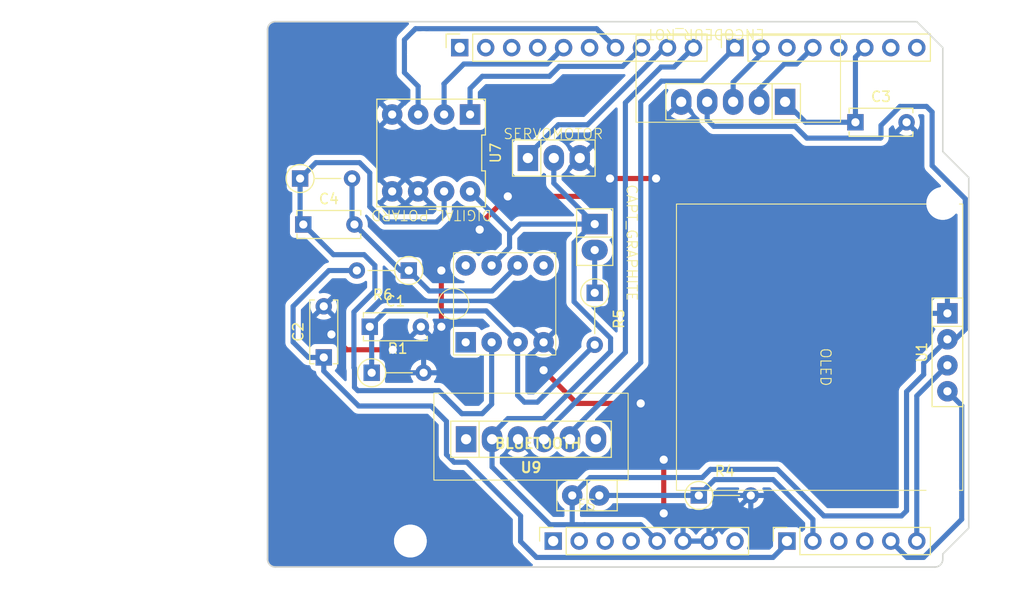
<source format=kicad_pcb>
(kicad_pcb (version 20241229) (generator "pcbnew") (generator_version "9.0")
  (title_block (date "mar. 31 mars 2015"))
  (layers (0 "F.Cu" signal) (2 "B.Cu" signal) (13 "F.Paste" user) (15 "B.Paste" user) (5 "F.SilkS" user "F.Silkscreen") (7 "B.SilkS" user "B.Silkscreen") (1 "F.Mask" user) (3 "B.Mask" user) (25 "Edge.Cuts" user))
  (net 0 "")
  (net 1 "GND")
  (net 3 "/AREF")
  (net 4 "/IOREF")
  (net 5 "/A2")
  (net 6 "/A3")
  (net 7 "/13")
  (net 8 "/12")
  (net 9 "/*11")
  (net 10 "/*10")
  (net 11 "/*9")
  (net 12 "/*5")
  (net 13 "/TX{slash}1")
  (net 14 "/*3")
  (net 15 "/RX{slash}0")
  (net 16 "+3V3")
  (net 17 "VCC")
  (net 18 "/~{RESET}")
  (net 19 "Net-(U4-IN+)")
  (net 20 "Net-(U4-OUT)")
  (net 21 "5V")
  (net 22 "R2")
  (net 23 "OUT_CAPT")
  (net 24 "CAPT_AMPL")
  (net 25 "CLK")
  (net 26 "SCL")
  (net 27 "SDA")
  (net 28 "TXD")
  (net 29 "OUT_FLEX")
  (net 30 "RX")
  (net 31 "SW")
  (net 32 "DT")
  (footprint "Connector_PinSocket_2.54mm:PinSocket_1x08_P2.54mm_Vertical" (layer "F.Cu") (at 127.94 97.46 90)
    (property "Reference" "J1" (hide yes))
    (property "Value" "Power")
    (fp_line (start 1.33 -1.33) (end 1.33 0) (stroke (width 0.12)) (layer "F.SilkS"))
    (fp_line (start 0 -1.33) (end 1.33 -1.33) (stroke (width 0.12)) (layer "F.SilkS"))
    (fp_line (start 1.33 1.27) (end 1.33 19.11) (stroke (width 0.12)) (layer "F.SilkS"))
    (fp_line (start -1.33 1.27) (end 1.33 1.27) (stroke (width 0.12)) (layer "F.SilkS"))
    (fp_line (start -1.33 1.27) (end -1.33 19.11) (stroke (width 0.12)) (layer "F.SilkS"))
    (fp_line (start -1.33 19.11) (end 1.33 19.11) (stroke (width 0.12)) (layer "F.SilkS"))
    (pad "1" thru_hole rect (at 0 0 90) (size 1.7 1.7) (drill 1) (layers "*.Cu" "*.Mask"))
    (pad "2" thru_hole oval (at 0 2.54 90) (size 1.7 1.7) (drill 1) (layers "*.Cu" "*.Mask") (net 4 "/IOREF"))
    (pad "3" thru_hole oval (at 0 5.08 90) (size 1.7 1.7) (drill 1) (layers "*.Cu" "*.Mask") (net 18 "/~{RESET}"))
    (pad "4" thru_hole oval (at 0 7.62 90) (size 1.7 1.7) (drill 1) (layers "*.Cu" "*.Mask") (net 16 "+3V3"))
    (pad "5" thru_hole oval (at 0 10.16 90) (size 1.7 1.7) (drill 1) (layers "*.Cu" "*.Mask") (net 21 "5V"))
    (pad "6" thru_hole oval (at 0 12.7 90) (size 1.7 1.7) (drill 1) (layers "*.Cu" "*.Mask") (net 1 "GND"))
    (pad "7" thru_hole oval (at 0 15.24 90) (size 1.7 1.7) (drill 1) (layers "*.Cu" "*.Mask") (net 1 "GND"))
    (pad "8" thru_hole oval (at 0 17.78 90) (size 1.7 1.7) (drill 1) (layers "*.Cu" "*.Mask") (net 17 "VCC"))
  )
  (footprint "Connector_PinSocket_2.54mm:PinSocket_1x06_P2.54mm_Vertical" (layer "F.Cu") (at 150.8 97.46 90)
    (property "Reference" "J3" (hide yes))
    (property "Value" "Analog")
    (fp_line (start 1.33 -1.33) (end 1.33 0) (stroke (width 0.12)) (layer "F.SilkS"))
    (fp_line (start 0 -1.33) (end 1.33 -1.33) (stroke (width 0.12)) (layer "F.SilkS"))
    (fp_line (start 1.33 1.27) (end 1.33 14.03) (stroke (width 0.12)) (layer "F.SilkS"))
    (fp_line (start -1.33 1.27) (end 1.33 1.27) (stroke (width 0.12)) (layer "F.SilkS"))
    (fp_line (start -1.33 1.27) (end -1.33 14.03) (stroke (width 0.12)) (layer "F.SilkS"))
    (fp_line (start -1.33 14.03) (end 1.33 14.03) (stroke (width 0.12)) (layer "F.SilkS"))
    (pad "1" thru_hole rect (at 0 0 90) (size 1.7 1.7) (drill 1) (layers "*.Cu" "*.Mask") (net 24 "CAPT_AMPL"))
    (pad "2" thru_hole oval (at 0 2.54 90) (size 1.7 1.7) (drill 1) (layers "*.Cu" "*.Mask") (net 29 "OUT_FLEX"))
    (pad "3" thru_hole oval (at 0 5.08 90) (size 1.7 1.7) (drill 1) (layers "*.Cu" "*.Mask") (net 5 "/A2"))
    (pad "4" thru_hole oval (at 0 7.62 90) (size 1.7 1.7) (drill 1) (layers "*.Cu" "*.Mask") (net 6 "/A3"))
    (pad "5" thru_hole oval (at 0 10.16 90) (size 1.7 1.7) (drill 1) (layers "*.Cu" "*.Mask") (net 27 "SDA"))
    (pad "6" thru_hole oval (at 0 12.7 90) (size 1.7 1.7) (drill 1) (layers "*.Cu" "*.Mask") (net 26 "SCL"))
  )
  (footprint "Connector_PinSocket_2.54mm:PinSocket_1x10_P2.54mm_Vertical" (layer "F.Cu") (at 118.796 49.2 90)
    (property "Reference" "J2" (hide yes))
    (property "Value" "Digital/PWM")
    (fp_line (start 1.33 -1.33) (end 1.33 0) (stroke (width 0.12)) (layer "F.SilkS"))
    (fp_line (start 0 -1.33) (end 1.33 -1.33) (stroke (width 0.12)) (layer "F.SilkS"))
    (fp_line (start 1.33 1.27) (end 1.33 24.19) (stroke (width 0.12)) (layer "F.SilkS"))
    (fp_line (start -1.33 1.27) (end 1.33 1.27) (stroke (width 0.12)) (layer "F.SilkS"))
    (fp_line (start -1.33 1.27) (end -1.33 24.19) (stroke (width 0.12)) (layer "F.SilkS"))
    (fp_line (start -1.33 24.19) (end 1.33 24.19) (stroke (width 0.12)) (layer "F.SilkS"))
    (pad "1" thru_hole rect (at 0 0 90) (size 1.7 1.7) (drill 1) (layers "*.Cu" "*.Mask") (net 26 "SCL"))
    (pad "2" thru_hole oval (at 0 2.54 90) (size 1.7 1.7) (drill 1) (layers "*.Cu" "*.Mask") (net 27 "SDA"))
    (pad "3" thru_hole oval (at 0 5.08 90) (size 1.7 1.7) (drill 1) (layers "*.Cu" "*.Mask") (net 3 "/AREF"))
    (pad "4" thru_hole oval (at 0 7.62 90) (size 1.7 1.7) (drill 1) (layers "*.Cu" "*.Mask") (net 1 "GND"))
    (pad "5" thru_hole oval (at 0 10.16 90) (size 1.7 1.7) (drill 1) (layers "*.Cu" "*.Mask") (net 7 "/13"))
    (pad "6" thru_hole oval (at 0 12.7 90) (size 1.7 1.7) (drill 1) (layers "*.Cu" "*.Mask") (net 8 "/12"))
    (pad "7" thru_hole oval (at 0 15.24 90) (size 1.7 1.7) (drill 1) (layers "*.Cu" "*.Mask") (net 9 "/*11"))
    (pad "8" thru_hole oval (at 0 17.78 90) (size 1.7 1.7) (drill 1) (layers "*.Cu" "*.Mask") (net 10 "/*10"))
    (pad "9" thru_hole oval (at 0 20.32 90) (size 1.7 1.7) (drill 1) (layers "*.Cu" "*.Mask") (net 11 "/*9"))
    (pad "10" thru_hole oval (at 0 22.86 90) (size 1.7 1.7) (drill 1) (layers "*.Cu" "*.Mask") (net 28 "TXD"))
  )
  (footprint "Connector_PinSocket_2.54mm:PinSocket_1x08_P2.54mm_Vertical" (layer "F.Cu") (at 145.72 49.2 90)
    (property "Reference" "J4" (hide yes))
    (property "Value" "Digital/PWM")
    (fp_line (start 1.33 -1.33) (end 1.33 0) (stroke (width 0.12)) (layer "F.SilkS"))
    (fp_line (start 0 -1.33) (end 1.33 -1.33) (stroke (width 0.12)) (layer "F.SilkS"))
    (fp_line (start 1.33 1.27) (end 1.33 19.11) (stroke (width 0.12)) (layer "F.SilkS"))
    (fp_line (start -1.33 1.27) (end 1.33 1.27) (stroke (width 0.12)) (layer "F.SilkS"))
    (fp_line (start -1.33 1.27) (end -1.33 19.11) (stroke (width 0.12)) (layer "F.SilkS"))
    (fp_line (start -1.33 19.11) (end 1.33 19.11) (stroke (width 0.12)) (layer "F.SilkS"))
    (pad "1" thru_hole rect (at 0 0 90) (size 1.7 1.7) (drill 1) (layers "*.Cu" "*.Mask") (net 30 "RX"))
    (pad "2" thru_hole oval (at 0 2.54 90) (size 1.7 1.7) (drill 1) (layers "*.Cu" "*.Mask") (net 31 "SW"))
    (pad "3" thru_hole oval (at 0 5.08 90) (size 1.7 1.7) (drill 1) (layers "*.Cu" "*.Mask") (net 12 "/*5"))
    (pad "4" thru_hole oval (at 0 7.62 90) (size 1.7 1.7) (drill 1) (layers "*.Cu" "*.Mask") (net 32 "DT"))
    (pad "5" thru_hole oval (at 0 10.16 90) (size 1.7 1.7) (drill 1) (layers "*.Cu" "*.Mask") (net 14 "/*3"))
    (pad "6" thru_hole oval (at 0 12.7 90) (size 1.7 1.7) (drill 1) (layers "*.Cu" "*.Mask") (net 25 "CLK"))
    (pad "7" thru_hole oval (at 0 15.24 90) (size 1.7 1.7) (drill 1) (layers "*.Cu" "*.Mask") (net 13 "/TX{slash}1"))
    (pad "8" thru_hole oval (at 0 17.78 90) (size 1.7 1.7) (drill 1) (layers "*.Cu" "*.Mask") (net 15 "/RX{slash}0"))
  )
  (footprint "librairie_empreintes:R_Axial_DIN0207_L6.3mm_D2.5mm_P5.08mm_Vertical" (layer "F.Cu") (at 142.185 93)
    (property "Reference" "R4" (at 2.54 -2.37 0) (layer "F.SilkS"))
    (property "Value" "47k")
    (fp_line (start 1.37 0) (end 3.98 0) (stroke (width 0.12)) (layer "F.SilkS"))
    (fp_circle (center 0 0) (end 1.37 0) (stroke (width 0.12)) (fill no) (layer "F.SilkS"))
    (pad "1" thru_hole rect (at 0 0) (size 1.6 1.6) (drill 0.8) (layers "*.Cu" "*.Mask") (net 29 "OUT_FLEX"))
    (pad "2" thru_hole oval (at 5.08 0) (size 1.6 1.6) (drill 0.8) (layers "*.Cu" "*.Mask") (net 1 "GND"))
  )
  (footprint "librairie_empreintes:SIP-3" (layer "F.Cu") (at 128 60)
    (property "Reference" "U6" (hide yes))
    (property "Value" "~" (hide yes))
    (fp_line (start -4.04 -1.77) (end 4.04 -1.77) (stroke (width 0.12)) (layer "F.SilkS"))
    (fp_line (start -4.04 1.77) (end -4.04 -1.77) (stroke (width 0.12)) (layer "F.SilkS"))
    (fp_line (start -1.27 -1.77) (end -1.27 1.77) (stroke (width 0.12)) (layer "F.SilkS"))
    (fp_line (start 4.04 -1.77) (end 4.04 1.77) (stroke (width 0.12)) (layer "F.SilkS"))
    (fp_line (start 4.04 1.77) (end -4.04 1.77) (stroke (width 0.12)) (layer "F.SilkS"))
    (fp_text user "SERVOMOTOR" (at -5 -1.77 0) (layer "F.SilkS") (effects (font (thickness 0.1)) (justify left bottom)))
    (pad "1" thru_hole rect (at -2.54 0) (size 2 2.54) (drill 1) (layers "*.Cu" "*.Mask") (net 11 "/*9"))
    (pad "2" thru_hole oval (at 0 0) (size 2 2.54) (drill 1) (layers "*.Cu" "*.Mask") (net 21 "5V"))
    (pad "3" thru_hole oval (at 2.54 0) (size 2 2.54) (drill 1) (layers "*.Cu" "*.Mask") (net 1 "GND"))
  )
  (footprint "librairie_empreintes:R_Axial_DIN0207_L6.3mm_D2.5mm_P5.08mm_Vertical" (layer "F.Cu") (at 132 73.185 -90)
    (property "Reference" "R5" (at 2.54 -2.37 90) (layer "F.SilkS"))
    (property "Value" "10k")
    (fp_line (start 1.37 0) (end 3.98 0) (stroke (width 0.12)) (layer "F.SilkS"))
    (fp_circle (center 0 0) (end 1.37 0) (stroke (width 0.12)) (fill no) (layer "F.SilkS"))
    (pad "1" thru_hole rect (at 0 0 270) (size 1.6 1.6) (drill 0.8) (layers "*.Cu" "*.Mask") (net 23 "OUT_CAPT"))
    (pad "2" thru_hole oval (at 5.08 0 270) (size 1.6 1.6) (drill 0.8) (layers "*.Cu" "*.Mask") (net 19 "Net-(U4-IN+)"))
  )
  (footprint "librairie_empreintes:DIP-8_296" (layer "F.Cu") (at 116 59.5 180)
    (property "Reference" "U7" (at -6.31 0 90) (layer "F.SilkS"))
    (property "Value" "~")
    (fp_line (start 5.31 5.26) (end 5.31 -5.26) (stroke (width 0.12)) (layer "F.SilkS"))
    (fp_line (start 5.31 -5.26) (end -5.31 -5.26) (stroke (width 0.12)) (layer "F.SilkS"))
    (fp_line (start -4.95 1.753333) (end -5.31 1.753333) (stroke (width 0.12)) (layer "F.SilkS"))
    (fp_line (start -4.95 -1.753333) (end -4.95 1.753333) (stroke (width 0.12)) (layer "F.SilkS"))
    (fp_line (start -5.31 5.26) (end 5.31 5.26) (stroke (width 0.12)) (layer "F.SilkS"))
    (fp_line (start -5.31 1.753333) (end -5.31 5.26) (stroke (width 0.12)) (layer "F.SilkS"))
    (fp_line (start -5.31 -1.753333) (end -4.95 -1.753333) (stroke (width 0.12)) (layer "F.SilkS"))
    (fp_line (start -5.31 -5.26) (end -5.31 -1.753333) (stroke (width 0.12)) (layer "F.SilkS"))
    (fp_text user "DIGITAL_POTARD" (at -6 -5.5 180) (layer "F.SilkS") (effects (font (thickness 0.1)) (justify left bottom)))
    (pad "1" thru_hole rect (at -3.81 3.76 180) (size 2 2) (drill 0.8) (layers "*.Cu" "*.Mask") (net 10 "/*10"))
    (pad "2" thru_hole circle (at -1.27 3.76 180) (size 2 2) (drill 0.8) (layers "*.Cu" "*.Mask") (net 7 "/13"))
    (pad "3" thru_hole circle (at 1.27 3.76 180) (size 2 2) (drill 0.8) (layers "*.Cu" "*.Mask") (net 9 "/*11"))
    (pad "4" thru_hole circle (at 3.81 3.76 180) (size 2 2) (drill 0.8) (layers "*.Cu" "*.Mask") (net 1 "GND"))
    (pad "5" thru_hole circle (at 3.81 -3.76 180) (size 2 2) (drill 0.8) (layers "*.Cu" "*.Mask") (net 1 "GND"))
    (pad "6" thru_hole circle (at 1.27 -3.76 180) (size 2 2) (drill 0.8) (layers "*.Cu" "*.Mask") (net 1 "GND"))
    (pad "7" thru_hole circle (at -1.27 -3.76 180) (size 2 2) (drill 0.8) (layers "*.Cu" "*.Mask") (net 22 "R2"))
    (pad "8" thru_hole circle (at -3.81 -3.76 180) (size 2 2) (drill 0.8) (layers "*.Cu" "*.Mask") (net 21 "5V"))
  )
  (footprint "librairie_empreintes:C_Disc_D6.0mm_W2.5mm_P5.00mm" (layer "F.Cu") (at 157.5 56.5)
    (property "Reference" "C3" (at 2.5 -2.5 0) (layer "F.SilkS"))
    (property "Value" "c")
    (fp_line (start -0.62 -1.37) (end -0.62 -0.925) (stroke (width 0.12)) (layer "F.SilkS"))
    (fp_line (start -0.62 -1.37) (end 5.62 -1.37) (stroke (width 0.12)) (layer "F.SilkS"))
    (fp_line (start -0.62 0.925) (end -0.62 1.37) (stroke (width 0.12)) (layer "F.SilkS"))
    (fp_line (start -0.62 1.37) (end 5.62 1.37) (stroke (width 0.12)) (layer "F.SilkS"))
    (fp_line (start 5.62 -1.37) (end 5.62 -0.925) (stroke (width 0.12)) (layer "F.SilkS"))
    (fp_line (start 5.62 0.925) (end 5.62 1.37) (stroke (width 0.12)) (layer "F.SilkS"))
    (pad "1" thru_hole rect (at 0 0) (size 1.6 1.6) (drill 0.8) (layers "*.Cu" "*.Mask") (net 25 "CLK"))
    (pad "2" thru_hole circle (at 5 0) (size 1.6 1.6) (drill 0.8) (layers "*.Cu" "*.Mask") (net 1 "GND"))
  )
  (footprint "librairie_empreintes:SIP-4" (layer "F.Cu") (at 166.495 79 -90)
    (property "Reference" "U1" (at 0 2.5 90) (layer "F.SilkS"))
    (property "Value" "~")
    (fp_line (start -5.31 1.5) (end -5.31 -1.5) (stroke (width 0.12)) (layer "F.SilkS"))
    (fp_line (start 5.31 1.5) (end -5.31 1.5) (stroke (width 0.12)) (layer "F.SilkS"))
    (fp_line (start -5.31 -1.5) (end 5.31 -1.5) (stroke (width 0.12)) (layer "F.SilkS"))
    (fp_line (start -2.54 -1.5) (end -2.54 1.5) (stroke (width 0.12)) (layer "F.SilkS"))
    (fp_line (start 5.31 -1.5) (end 5.31 1.5) (stroke (width 0.12)) (layer "F.SilkS"))
    (fp_rect (start -14.5 -1.5) (end 13.5 26.5) (stroke (width 0.1)) (fill no) (layer "F.SilkS"))
    (fp_text user "OLED" (at -0.5 12.5 270) (layer "F.SilkS") (effects (font (thickness 0.1)) (justify left bottom)))
    (pad "1" thru_hole rect (at -3.81 0 270) (size 2 2) (drill 0.8) (layers "*.Cu" "*.Mask") (net 1 "GND"))
    (pad "2" thru_hole circle (at -1.27 0 270) (size 2 2) (drill 0.8) (layers "*.Cu" "*.Mask") (net 21 "5V"))
    (pad "3" thru_hole circle (at 1.27 0 270) (size 2 2) (drill 0.8) (layers "*.Cu" "*.Mask") (net 26 "SCL"))
    (pad "4" thru_hole circle (at 3.81 0 270) (size 2 2) (drill 0.8) (layers "*.Cu" "*.Mask") (net 27 "SDA"))
  )
  (footprint "librairie_empreintes:C_Disc_D6.0mm_W2.5mm_P5.00mm" (layer "F.Cu") (at 110 76.5)
    (property "Reference" "C1" (at 2.5 -2.5 0) (layer "F.SilkS"))
    (property "Value" "100n")
    (fp_line (start -0.62 -1.37) (end -0.62 -0.925) (stroke (width 0.12)) (layer "F.SilkS"))
    (fp_line (start -0.62 -1.37) (end 5.62 -1.37) (stroke (width 0.12)) (layer "F.SilkS"))
    (fp_line (start -0.62 0.925) (end -0.62 1.37) (stroke (width 0.12)) (layer "F.SilkS"))
    (fp_line (start -0.62 1.37) (end 5.62 1.37) (stroke (width 0.12)) (layer "F.SilkS"))
    (fp_line (start 5.62 -1.37) (end 5.62 -0.925) (stroke (width 0.12)) (layer "F.SilkS"))
    (fp_line (start 5.62 0.925) (end 5.62 1.37) (stroke (width 0.12)) (layer "F.SilkS"))
    (pad "1" thru_hole rect (at 0 0) (size 1.6 1.6) (drill 0.8) (layers "*.Cu" "*.Mask") (net 19 "Net-(U4-IN+)"))
    (pad "2" thru_hole circle (at 5 0) (size 1.6 1.6) (drill 0.8) (layers "*.Cu" "*.Mask") (net 1 "GND"))
  )
  (footprint "librairie_empreintes:C_Disc_D6.0mm_W2.5mm_P5.00mm" (layer "F.Cu") (at 103.5 66.5)
    (property "Reference" "C4" (at 2.5 -2.5 0) (layer "F.SilkS"))
    (property "Value" "1u")
    (fp_line (start -0.62 -1.37) (end -0.62 -0.925) (stroke (width 0.12)) (layer "F.SilkS"))
    (fp_line (start -0.62 -1.37) (end 5.62 -1.37) (stroke (width 0.12)) (layer "F.SilkS"))
    (fp_line (start -0.62 0.925) (end -0.62 1.37) (stroke (width 0.12)) (layer "F.SilkS"))
    (fp_line (start -0.62 1.37) (end 5.62 1.37) (stroke (width 0.12)) (layer "F.SilkS"))
    (fp_line (start 5.62 -1.37) (end 5.62 -0.925) (stroke (width 0.12)) (layer "F.SilkS"))
    (fp_line (start 5.62 0.925) (end 5.62 1.37) (stroke (width 0.12)) (layer "F.SilkS"))
    (pad "1" thru_hole rect (at 0 0) (size 1.6 1.6) (drill 0.8) (layers "*.Cu" "*.Mask") (net 22 "R2"))
    (pad "2" thru_hole circle (at 5 0) (size 1.6 1.6) (drill 0.8) (layers "*.Cu" "*.Mask") (net 20 "Net-(U4-OUT)"))
  )
  (footprint "Arduino_MountingHole:MountingHole_3.2mm" (layer "F.Cu") (at 115.24 49.2)
    (property "Reference" "MH1" (hide yes))
    (property "Value" "MountingHole_3.2mm" (hide yes))
    (pad "" np_thru_hole circle (at 0 0) (size 3.2 3.2) (drill 3.2) (layers "*.Cu" "*.Mask"))
  )
  (footprint "librairie_empreintes:CAPTEUR_GRAPHITE" (layer "F.Cu") (at 126 68.5 -90)
    (property "Reference" "U8" (hide yes))
    (property "Value" "~" (hide yes))
    (fp_line (start -3.54 -4.23) (end -3.54 -7.77) (stroke (width 0.12)) (layer "F.SilkS"))
    (fp_line (start 2 -4.23) (end -3.54 -4.23) (stroke (width 0.12)) (layer "F.SilkS"))
    (fp_line (start -3.54 -7.77) (end 2 -7.77) (stroke (width 0.12)) (layer "F.SilkS"))
    (fp_line (start -0.77 -7.77) (end -0.77 -4.23) (stroke (width 0.12)) (layer "F.SilkS"))
    (fp_line (start 2 -7.77) (end 2 -4.23) (stroke (width 0.12)) (layer "F.SilkS"))
    (fp_text user "CAPT_GRAPHITE" (at -6 -9.04 270) (layer "F.SilkS") (effects (font (thickness 0.1)) (justify left bottom)))
    (pad "1" thru_hole rect (at -2.04 -6 270) (size 2 2.54) (drill 0.8) (layers "*.Cu" "*.Mask") (net 21 "5V"))
    (pad "2" thru_hole oval (at 0.5 -6 270) (size 2 2.54) (drill 0.8) (layers "*.Cu" "*.Mask") (net 23 "OUT_CAPT"))
  )
  (footprint "librairie_empreintes:R_Axial_DIN0207_L6.3mm_D2.5mm_P5.08mm_Vertical" (layer "F.Cu") (at 103.185 62)
    (property "Reference" "R3" (hide yes))
    (property "Value" "100k")
    (fp_line (start 1.37 0) (end 3.98 0) (stroke (width 0.12)) (layer "F.SilkS"))
    (fp_circle (center 0 0) (end 1.37 0) (stroke (width 0.12)) (fill no) (layer "F.SilkS"))
    (pad "1" thru_hole rect (at 0 0) (size 1.6 1.6) (drill 0.8) (layers "*.Cu" "*.Mask") (net 22 "R2"))
    (pad "2" thru_hole oval (at 5.08 0) (size 1.6 1.6) (drill 0.8) (layers "*.Cu" "*.Mask") (net 20 "Net-(U4-OUT)"))
  )
  (footprint "librairie_empreintes:BLUETOOTH" (layer "F.Cu") (at 125.77 87.5)
    (property "Reference" "U9" (at 0 2.77 0) (layer "F.SilkS") (effects (font (thickness 0.2) (bold yes))))
    (property "Value" "~" (hide yes))
    (fp_line (start -7.85 -1.77) (end 7.85 -1.77) (stroke (width 0.12)) (layer "F.SilkS"))
    (fp_line (start -7.85 1.77) (end -7.85 -1.77) (stroke (width 0.12)) (layer "F.SilkS"))
    (fp_line (start -5.08 -1.77) (end -5.08 1.77) (stroke (width 0.12)) (layer "F.SilkS"))
    (fp_line (start 7.85 -1.77) (end 7.85 1.77) (stroke (width 0.12)) (layer "F.SilkS"))
    (fp_line (start 7.85 1.77) (end -7.85 1.77) (stroke (width 0.12)) (layer "F.SilkS"))
    (fp_rect (start -9.5 -4.5) (end 9.5 4) (stroke (width 0.1)) (fill no) (layer "F.SilkS"))
    (fp_text user "BLUETOOTH" (at -3.65 1 0) (layer "F.SilkS") (effects (font (thickness 0.2) (bold yes)) (justify left bottom)))
    (pad "1" thru_hole rect (at -6.35 0) (size 2 2.54) (drill 1) (layers "*.Cu" "*.Mask"))
    (pad "2" thru_hole oval (at -3.81 0) (size 2 2.54) (drill 1) (layers "*.Cu" "*.Mask") (net 21 "5V"))
    (pad "3" thru_hole oval (at -1.27 0) (size 2 2.54) (drill 1) (layers "*.Cu" "*.Mask") (net 1 "GND"))
    (pad "4" thru_hole oval (at 1.27 0) (size 2 2.54) (drill 1) (layers "*.Cu" "*.Mask") (net 28 "TXD"))
    (pad "5" thru_hole oval (at 3.81 0) (size 2 2.54) (drill 1) (layers "*.Cu" "*.Mask") (net 30 "RX"))
    (pad "6" thru_hole oval (at 6.35 0) (size 2 2.54) (drill 1) (layers "*.Cu" "*.Mask"))
  )
  (footprint "librairie_empreintes:C_Disc_D6.0mm_W2.5mm_P5.00mm" (layer "F.Cu") (at 105.5 79.5 90)
    (property "Reference" "C2" (at 2.5 -2.5 90) (layer "F.SilkS"))
    (property "Value" "100n")
    (fp_line (start 5.62 -1.37) (end 5.62 -0.925) (stroke (width 0.12)) (layer "F.SilkS"))
    (fp_line (start -0.62 -1.37) (end 5.62 -1.37) (stroke (width 0.12)) (layer "F.SilkS"))
    (fp_line (start -0.62 -1.37) (end -0.62 -0.925) (stroke (width 0.12)) (layer "F.SilkS"))
    (fp_line (start 5.62 0.925) (end 5.62 1.37) (stroke (width 0.12)) (layer "F.SilkS"))
    (fp_line (start -0.62 0.925) (end -0.62 1.37) (stroke (width 0.12)) (layer "F.SilkS"))
    (fp_line (start -0.62 1.37) (end 5.62 1.37) (stroke (width 0.12)) (layer "F.SilkS"))
    (pad "1" thru_hole rect (at 0 0 90) (size 1.6 1.6) (drill 0.8) (layers "*.Cu" "*.Mask") (net 24 "CAPT_AMPL"))
    (pad "2" thru_hole circle (at 5 0 90) (size 1.6 1.6) (drill 0.8) (layers "*.Cu" "*.Mask") (net 1 "GND"))
  )
  (footprint "librairie_empreintes:SIP-2" (layer "F.Cu") (at 131.25 93.75)
    (property "Reference" "U5" (hide yes))
    (property "Value" "~" (hide yes))
    (fp_line (start -2.95 -2.25) (end 2.95 -2.25) (stroke (width 0.12)) (layer "F.SilkS"))
    (fp_line (start -2.95 0.75) (end -2.95 -2.25) (stroke (width 0.12)) (layer "F.SilkS"))
    (fp_line (start 0 -2.25) (end 0 0.75) (stroke (width 0.12)) (layer "F.SilkS"))
    (fp_line (start 2.95 -2.25) (end 2.95 0.75) (stroke (width 0.12)) (layer "F.SilkS"))
    (fp_line (start 2.95 0.75) (end -2.95 0.75) (stroke (width 0.12)) (layer "F.SilkS"))
    (fp_text user "FS" (at -1 0.75 0) (layer "F.SilkS") (effects (font (thickness 0.1)) (justify left bottom)))
    (pad "1" thru_hole circle (at -1.45 -0.75) (size 2 2) (drill 0.8) (layers "*.Cu" "*.Mask") (net 21 "5V"))
    (pad "2" thru_hole circle (at 1.2 -0.75) (size 2 2) (drill 0.8) (layers "*.Cu" "*.Mask") (net 29 "OUT_FLEX"))
  )
  (footprint "librairie_empreintes:DIP-8_296" (layer "F.Cu") (at 123.19 74.26)
    (property "Reference" "U4" (hide yes))
    (property "Value" "~" (hide yes))
    (fp_rect (start -5 -5) (end 5 5) (stroke (width 0.1)) (fill no) (layer "F.SilkS"))
    (fp_circle (center -5 0) (end -3.5 0) (stroke (width 0.1)) (fill no) (layer "F.SilkS"))
    (pad "1" thru_hole rect (at -3.81 3.76) (size 2 2) (drill 0.8) (layers "*.Cu" "*.Mask"))
    (pad "2" thru_hole circle (at -1.27 3.76) (size 2 2) (drill 0.8) (layers "*.Cu" "*.Mask") (net 22 "R2"))
    (pad "3" thru_hole circle (at 1.27 3.76) (size 2 2) (drill 0.8) (layers "*.Cu" "*.Mask") (net 19 "Net-(U4-IN+)"))
    (pad "4" thru_hole circle (at 3.81 3.76) (size 2 2) (drill 0.8) (layers "*.Cu" "*.Mask") (net 1 "GND"))
    (pad "5" thru_hole circle (at 3.81 -3.76) (size 2 2) (drill 0.8) (layers "*.Cu" "*.Mask"))
    (pad "6" thru_hole circle (at 1.27 -3.76) (size 2 2) (drill 0.8) (layers "*.Cu" "*.Mask") (net 20 "Net-(U4-OUT)"))
    (pad "7" thru_hole circle (at -1.27 -3.76) (size 2 2) (drill 0.8) (layers "*.Cu" "*.Mask") (net 21 "5V"))
    (pad "8" thru_hole circle (at -3.81 -3.76) (size 2 2) (drill 0.8) (layers "*.Cu" "*.Mask"))
  )
  (footprint "librairie_empreintes:ENCODEUR ROT" (layer "F.Cu") (at 145.54 54.5 180)
    (property "Reference" "U2" (hide yes))
    (property "Value" "~" (hide yes))
    (fp_line (start 6.58 1.77) (end -6.58 1.77) (stroke (width 0.12)) (layer "F.SilkS"))
    (fp_line (start 6.58 -1.77) (end 6.58 1.77) (stroke (width 0.12)) (layer "F.SilkS"))
    (fp_line (start -3.81 -1.77) (end -3.81 1.77) (stroke (width 0.12)) (layer "F.SilkS"))
    (fp_line (start -6.58 1.77) (end -6.58 -1.77) (stroke (width 0.12)) (layer "F.SilkS"))
    (fp_line (start -6.58 -1.77) (end 6.58 -1.77) (stroke (width 0.12)) (layer "F.SilkS"))
    (fp_rect (start -10.5 -2) (end 9.5 6.5) (stroke (width 0.1)) (fill no) (layer "F.SilkS"))
    (fp_text user "ENCODEUR_ROT" (at -3.15 7.2 180) (layer "F.SilkS") (effects (font (thickness 0.1)) (justify left bottom)))
    (pad "1" thru_hole rect (at -5.08 0 180) (size 2 2.54) (drill 1) (layers "*.Cu" "*.Mask") (net 25 "CLK"))
    (pad "2" thru_hole oval (at -2.54 0 180) (size 2 2.54) (drill 1) (layers "*.Cu" "*.Mask") (net 32 "DT"))
    (pad "3" thru_hole oval (at 0 0 180) (size 2 2.54) (drill 1) (layers "*.Cu" "*.Mask") (net 31 "SW"))
    (pad "4" thru_hole oval (at 2.54 0 180) (size 2 2.54) (drill 1) (layers "*.Cu" "*.Mask") (net 21 "5V"))
    (pad "5" thru_hole oval (at 5.08 0 180) (size 2 2.54) (drill 1) (layers "*.Cu" "*.Mask") (net 1 "GND"))
  )
  (footprint "Arduino_MountingHole:MountingHole_3.2mm" (layer "F.Cu") (at 113.97 97.46)
    (property "Reference" "MH2" (hide yes))
    (property "Value" "MountingHole_3.2mm" (hide yes))
    (pad "" np_thru_hole circle (at 0 0) (size 3.2 3.2) (drill 3.2) (layers "*.Cu" "*.Mask"))
  )
  (footprint "Arduino_MountingHole:MountingHole_3.2mm" (layer "F.Cu") (at 166.04 64.44)
    (property "Reference" "MH3" (hide yes))
    (property "Value" "MountingHole_3.2mm" (hide yes))
    (pad "" np_thru_hole circle (at 0 0) (size 3.2 3.2) (drill 3.2) (layers "*.Cu" "*.Mask"))
  )
  (footprint "Arduino_MountingHole:MountingHole_3.2mm" (layer "F.Cu") (at 166.04 92.38)
    (property "Reference" "MH4" (hide yes))
    (property "Value" "MountingHole_3.2mm" (hide yes))
    (pad "" np_thru_hole circle (at 0 0) (size 3.2 3.2) (drill 3.2) (layers "*.Cu" "*.Mask"))
  )
  (footprint "librairie_empreintes:R_Axial_DIN0207_L6.3mm_D2.5mm_P5.08mm_Vertical" (layer "F.Cu") (at 110.185 81)
    (property "Reference" "R1" (at 2.54 -2.37 0) (layer "F.SilkS"))
    (property "Value" "100k")
    (fp_line (start 1.37 0) (end 3.98 0) (stroke (width 0.12)) (layer "F.SilkS"))
    (fp_circle (center 0 0) (end 1.37 0) (stroke (width 0.12)) (fill no) (layer "F.SilkS"))
    (pad "1" thru_hole rect (at 0 0) (size 1.6 1.6) (drill 0.8) (layers "*.Cu" "*.Mask") (net 19 "Net-(U4-IN+)"))
    (pad "2" thru_hole oval (at 5.08 0) (size 1.6 1.6) (drill 0.8) (layers "*.Cu" "*.Mask") (net 1 "GND"))
  )
  (footprint "librairie_empreintes:R_Axial_DIN0207_L6.3mm_D2.5mm_P5.08mm_Vertical" (layer "F.Cu") (at 113.815 71 180)
    (property "Reference" "R6" (at 2.54 -2.37 0) (layer "F.SilkS"))
    (property "Value" "1k")
    (fp_line (start 1.37 0) (end 3.98 0) (stroke (width 0.12)) (layer "F.SilkS"))
    (fp_circle (center 0 0) (end 1.37 0) (stroke (width 0.12)) (fill no) (layer "F.SilkS"))
    (pad "1" thru_hole rect (at 0 0 180) (size 1.6 1.6) (drill 0.8) (layers "*.Cu" "*.Mask") (net 20 "Net-(U4-OUT)"))
    (pad "2" thru_hole oval (at 5.08 0 180) (size 1.6 1.6) (drill 0.8) (layers "*.Cu" "*.Mask") (net 24 "CAPT_AMPL"))
  )
  (gr_line (start 166.04 59.36) (end 168.58 61.9) (stroke (width 0.15)) (layer "Edge.Cuts"))
  (gr_line (start 100 99.238) (end 100 47.422) (stroke (width 0.15)) (layer "Edge.Cuts"))
  (gr_line (start 168.58 61.9) (end 168.58 96.19) (stroke (width 0.15)) (layer "Edge.Cuts"))
  (gr_line (start 165.278 100) (end 100.762 100) (stroke (width 0.15)) (layer "Edge.Cuts"))
  (gr_line (start 100.762 46.66) (end 163.5 46.66) (stroke (width 0.15)) (layer "Edge.Cuts"))
  (gr_arc (start 100.762 100) (mid 100.223185 99.776815) (end 100 99.238) (stroke (width 0.15)) (layer "Edge.Cuts"))
  (gr_line (start 168.58 96.19) (end 166.04 98.73) (stroke (width 0.15)) (layer "Edge.Cuts"))
  (gr_line (start 163.5 46.66) (end 166.04 49.2) (stroke (width 0.15)) (layer "Edge.Cuts"))
  (gr_arc (start 166.04 99.238) (mid 165.816815 99.776815) (end 165.278 100) (stroke (width 0.15)) (layer "Edge.Cuts"))
  (gr_line (start 166.04 49.2) (end 166.04 59.36) (stroke (width 0.15)) (layer "Edge.Cuts"))
  (gr_line (start 166.04 98.73) (end 166.04 99.238) (stroke (width 0.15)) (layer "Edge.Cuts"))
  (gr_arc (start 100 47.422) (mid 100.223185 46.883185) (end 100.762 46.66) (stroke (width 0.15)) (layer "Edge.Cuts"))
  (segment (start 123.5 63.75) (end 131.75 63.75) (width 0.5) (layer "F.Cu") (net 1))
  (segment (start 136.5 84) (end 130.25 84) (width 0.5) (layer "F.Cu") (net 1))
  (segment (start 112.25 78.75) (end 107.75 78.75) (width 0.5) (layer "F.Cu") (net 1))
  (segment (start 130.25 84) (end 127 80.75) (width 0.5) (layer "F.Cu") (net 1))
  (segment (start 117 71) (end 117 76.5) (width 0.5) (layer "F.Cu") (net 1))
  (segment (start 138 62) (end 133.5 62) (width 0.5) (layer "F.Cu") (net 1))
  (segment (start 131.75 63.75) (end 133.5 62) (width 0.5) (layer "F.Cu") (net 1))
  (segment (start 138.75 89.5) (end 138.75 94.75) (width 0.5) (layer "F.Cu") (net 1))
  (segment (start 107.75 78.75) (end 106.25 77.25) (width 0.5) (layer "F.Cu") (net 1))
  (segment (start 120.75 67) (end 120.75 66.5) (width 0.5) (layer "F.Cu") (net 1))
  (segment (start 120.75 66.5) (end 123.5 63.75) (width 0.5) (layer "F.Cu") (net 1))
  (via (at 136.5 84) (size 1.5) (drill 0.8) (layers "F.Cu" "B.Cu") (net 1))
  (via (at 123.5 63.75) (size 1.5) (drill 0.8) (layers "F.Cu" "B.Cu") (net 1))
  (via (at 120.75 67) (size 1.5) (drill 0.8) (layers "F.Cu" "B.Cu") (net 1))
  (via (at 117 76.5) (size 1.5) (drill 0.8) (layers "F.Cu" "B.Cu") (net 1))
  (via (at 127 80.75) (size 1.5) (drill 0.8) (layers "F.Cu" "B.Cu") (net 1))
  (via (at 133.5 62) (size 1.5) (drill 0.8) (layers "F.Cu" "B.Cu") (net 1))
  (via (at 138.75 89.5) (size 1.5) (drill 0.8) (layers "F.Cu" "B.Cu") (net 1))
  (via (at 106.25 77.25) (size 1.5) (drill 0.8) (layers "F.Cu" "B.Cu") (net 1))
  (via (at 138.75 94.75) (size 1.5) (drill 0.8) (layers "F.Cu" "B.Cu") (net 1))
  (via (at 117 71) (size 1.5) (drill 0.8) (layers "F.Cu" "B.Cu") (net 1))
  (via (at 138 62) (size 1.5) (drill 0.8) (layers "F.Cu" "B.Cu") (net 1))
  (via (at 112.25 78.75) (size 1.5) (drill 0.8) (layers "F.Cu" "B.Cu") (net 1))
  (segment (start 143.18 97.085) (end 143.18 97.46) (width 0.5) (layer "B.Cu") (net 1))
  (segment (start 147.265 93) (end 143.18 97.085) (width 0.5) (layer "B.Cu") (net 1))
  (segment (start 162.5 56.5) (end 162.5 56.915628) (width 0.5) (layer "B.Cu") (net 1))
  (segment (start 143.18 97.46) (end 140.64 97.46) (width 0.5) (layer "B.Cu") (net 1))
  (segment (start 119.199 50.801) (end 117.25 52.75) (width 0.5) (layer "B.Cu") (net 7))
  (segment (start 117.25 52.75) (end 117.27 52.77) (width 0.5) (layer "B.Cu") (net 7))
  (segment (start 127.355 50.801) (end 119.199 50.801) (width 0.5) (layer "B.Cu") (net 7))
  (segment (start 128.956 49.2) (end 127.355 50.801) (width 0.5) (layer "B.Cu") (net 7))
  (segment (start 117.27 52.77) (end 117.27 55.74) (width 0.5) (layer "B.Cu") (net 7))
  (segment (start 113.389 51.639) (end 114.73 52.98) (width 0.5) (layer "B.Cu") (net 9))
  (segment (start 132.185 47.349) (end 114.473291 47.349) (width 0.5) (layer "B.Cu") (net 9))
  (segment (start 134.036 49.2) (end 132.185 47.349) (width 0.5) (layer "B.Cu") (net 9))
  (segment (start 114.473291 47.349) (end 113.389 48.433291) (width 0.5) (layer "B.Cu") (net 9))
  (segment (start 113.389 48.433291) (end 113.389 51.639) (width 0.5) (layer "B.Cu") (net 9))
  (segment (start 114.73 52.98) (end 114.73 55.74) (width 0.5) (layer "B.Cu") (net 9))
  (segment (start 119.81 55.74) (end 119.81 53.201415) (width 0.5) (layer "B.Cu") (net 10))
  (segment (start 134.740186 51.035814) (end 136.576 49.2) (width 0.5) (layer "B.Cu") (net 10))
  (segment (start 119.81 53.201415) (end 121.005708 52.005707) (width 0.5) (layer "B.Cu") (net 10))
  (segment (start 127.565921 52.005707) (end 128.535814 51.035814) (width 0.5) (layer "B.Cu") (net 10))
  (segment (start 128.535814 51.035814) (end 134.740186 51.035814) (width 0.5) (layer "B.Cu") (net 10))
  (segment (start 121.005708 52.005707) (end 127.565921 52.005707) (width 0.5) (layer "B.Cu") (net 10))
  (segment (start 138.840156 49.2) (end 139.116 49.2) (width 0.5) (layer "B.Cu") (net 11))
  (segment (start 131.299156 56.741) (end 138.840156 49.2) (width 0.5) (layer "B.Cu") (net 11))
  (segment (start 125.46 59.73) (end 128.449 56.741) (width 0.5) (layer "B.Cu") (net 11))
  (segment (start 125.46 60) (end 125.46 59.73) (width 0.5) (layer "B.Cu") (net 11))
  (segment (start 128.449 56.741) (end 131.299156 56.741) (width 0.5) (layer "B.Cu") (net 11))
  (segment (start 125.125 83.875) (end 124.46 83.21) (width 0.5) (layer "B.Cu") (net 19))
  (segment (start 126.39 83.875) (end 125.125 83.875) (width 0.5) (layer "B.Cu") (net 19))
  (segment (start 132 78.265) (end 126.39 83.875) (width 0.5) (layer "B.Cu") (net 19))
  (segment (start 121.389 74.949) (end 124.46 78.02) (width 0.5) (layer "B.Cu") (net 19))
  (segment (start 124.46 83.21) (end 124.46 78.02) (width 0.5) (layer "B.Cu") (net 19))
  (segment (start 110 76.5) (end 111.551 74.949) (width 0.5) (layer "B.Cu") (net 19))
  (segment (start 111.551 74.949) (end 121.389 74.949) (width 0.5) (layer "B.Cu") (net 19))
  (segment (start 110.185 76.685) (end 110 76.5) (width 0.5) (layer "B.Cu") (net 19))
  (segment (start 110.185 81) (end 110.185 76.685) (width 0.5) (layer "B.Cu") (net 19))
  (segment (start 115.815 73) (end 121.96 73) (width 0.5) (layer "B.Cu") (net 20))
  (segment (start 108.5 66.5) (end 113 71) (width 0.5) (layer "B.Cu") (net 20))
  (segment (start 108.265 62) (end 108.265 66.265) (width 0.5) (layer "B.Cu") (net 20))
  (segment (start 108.265 66.265) (end 108.5 66.5) (width 0.5) (layer "B.Cu") (net 20))
  (segment (start 113.815 71) (end 115.815 73) (width 0.5) (layer "B.Cu") (net 20))
  (segment (start 113 71) (end 113.815 71) (width 0.5) (layer "B.Cu") (net 20))
  (segment (start 121.96 73) (end 124.46 70.5) (width 0.5) (layer "B.Cu") (net 20))
  (segment (start 123.671 67.121) (end 119.81 63.26) (width 0.5) (layer "B.Cu") (net 21))
  (segment (start 143.321372 90.448) (end 142.520372 91.249) (width 0.5) (layer "B.Cu") (net 21))
  (segment (start 154.415628 95) (end 149.863628 90.448) (width 0.5) (layer "B.Cu") (net 21))
  (segment (start 165 60.746) (end 168.246 63.992) (width 0.5) (layer "B.Cu") (net 21))
  (segment (start 164.174686 80.050314) (end 164.174686 81.174686) (width 0.5) (layer "B.Cu") (net 21))
  (segment (start 151.602186 56.903186) (end 152.75 58.051) (width 0.5) (layer "B.Cu") (net 21))
  (segment (start 121.96 87.5) (end 121.96 87.04) (width 0.5) (layer "B.Cu") (net 21))
  (segment (start 162.499 94.501) (end 162 95) (width 0.5) (layer "B.Cu") (net 21))
  (segment (start 151.602186 56.897814) (end 151.602186 56.903186) (width 0.5) (layer "B.Cu") (net 21))
  (segment (start 129.979 68.274712) (end 129.979 74.050554) (width 0.5) (layer "B.Cu") (net 21))
  (segment (start 133.551 77.622554) (end 130.089223 74.160777) (width 0.5) (layer "B.Cu") (net 21))
  (segment (start 132 66.46) (end 131.793712 66.46) (width 0.5) (layer "B.Cu") (net 21))
  (segment (start 131.551 91.249) (end 129.8 93) (width 0.5) (layer "B.Cu") (net 21))
  (segment (start 127.609 95.859) (end 129.75 95.859) (width 0.5) (layer "B.Cu") (net 21))
  (segment (start 162.499 82.850372) (end 162.499 94.501) (width 0.5) (layer "B.Cu") (net 21))
  (segment (start 168.246 63.992) (end 168.246 76.754) (width 0.5) (layer "B.Cu") (net 21))
  (segment (start 149.863628 90.448) (end 143.321372 90.448) (width 0.5) (layer "B.Cu") (net 21))
  (segment (start 128 62.46) (end 128 60) (width 0.5) (layer "B.Cu") (net 21))
  (segment (start 132 66.46) (end 128 62.46) (width 0.5) (layer "B.Cu") (net 21))
  (segment (start 142.520372 91.249) (end 131.551 91.249) (width 0.5) (layer "B.Cu") (net 21))
  (segment (start 123.671 68.749) (end 123.671 67.5) (width 0.5) (layer "B.Cu") (net 21))
  (segment (start 165 55.5) (end 165 60.746) (width 0.5) (layer "B.Cu") (net 21))
  (segment (start 162 95) (end 154.415628 95) (width 0.5) (layer "B.Cu") (net 21))
  (segment (start 143 54.5) (end 143 56.25) (width 0.5) (layer "B.Cu") (net 21))
  (segment (start 123.671 68.749) (end 121.92 70.5) (width 0.5) (layer "B.Cu") (net 21))
  (segment (start 160 58) (end 160 56.806554) (width 0.5) (layer "B.Cu") (net 21))
  (segment (start 160 56.806554) (end 161.857554 54.949) (width 0.5) (layer "B.Cu") (net 21))
  (segment (start 131 95.859) (end 136.499 95.859) (width 0.5) (layer "B.Cu") (net 21))
  (segment (start 161.857554 54.949) (end 164.449 54.949) (width 0.5) (layer "B.Cu") (net 21))
  (segment (start 121.96 87.04) (end 123.521 85.479) (width 0.5) (layer "B.Cu") (net 21))
  (segment (start 129.8 93) (end 129.8 95.809) (width 0.5) (layer "B.Cu") (net 21))
  (segment (start 132 66.46) (end 124.711 66.46) (width 0.5) (layer "B.Cu") (net 21))
  (segment (start 129.75 95.859) (end 130.25 95.859) (width 0.5) (layer "B.Cu") (net 21))
  (segment (start 159.949 58.051) (end 160 58) (width 0.5) (layer "B.Cu") (net 21))
  (segment (start 143.647814 56.897814) (end 151.602186 56.897814) (width 0.5) (layer "B.Cu") (net 21))
  (segment (start 124.711 66.46) (end 123.671 67.5) (width 0.5) (layer "B.Cu") (net 21))
  (segment (start 164.449 54.949) (end 165 55.5) (width 0.5) (layer "B.Cu") (net 21))
  (segment (start 129.979 74.050554) (end 130.089223 74.160777) (width 0.5) (layer "B.Cu") (net 21))
  (segment (start 131.793712 66.46) (end 129.979 68.274712) (width 0.5) (layer "B.Cu") (net 21))
  (segment (start 123.671 67.5) (end 123.671 67.121) (width 0.5) (layer "B.Cu") (net 21))
  (segment (start 133.551 78.907446) (end 133.551 77.622554) (width 0.5) (layer "B.Cu") (net 21))
  (segment (start 121.96 87.5) (end 121.96 87.77) (width 0.5) (layer "B.Cu") (net 21))
  (segment (start 152.75 58.051) (end 159.949 58.051) (width 0.5) (layer "B.Cu") (net 21))
  (segment (start 143 56.25) (end 143.647814 56.897814) (width 0.5) (layer "B.Cu") (net 21))
  (segment (start 168.246 76.754) (end 167.27 77.73) (width 0.5) (layer "B.Cu") (net 21))
  (segment (start 121.96 90.21) (end 127.609 95.859) (width 0.5) (layer "B.Cu") (net 21))
  (segment (start 167.27 77.73) (end 166.495 77.73) (width 0.5) (layer "B.Cu") (net 21))
  (segment (start 130.25 95.859) (end 131 95.859) (width 0.5) (layer "B.Cu") (net 21))
  (segment (start 121.96 87.5) (end 121.96 90.21) (width 0.5) (layer "B.Cu") (net 21))
  (segment (start 123.521 85.479) (end 126.979446 85.479) (width 0.5) (layer "B.Cu") (net 21))
  (segment (start 164.174686 81.174686) (end 162.499 82.850372) (width 0.5) (layer "B.Cu") (net 21))
  (segment (start 126.979446 85.479) (end 133.551 78.907446) (width 0.5) (layer "B.Cu") (net 21))
  (segment (start 129.8 95.809) (end 129.75 95.859) (width 0.5) (layer "B.Cu") (net 21))
  (segment (start 136.499 95.859) (end 138.1 97.46) (width 0.5) (layer "B.Cu") (net 21))
  (segment (start 166.495 77.73) (end 164.174686 80.050314) (width 0.5) (layer "B.Cu") (net 21))
  (segment (start 109 60.449) (end 110 61.449) (width 0.5) (layer "B.Cu") (net 22))
  (segment (start 108.501 80.552) (end 108.501 82.418) (width 0.5) (layer "B.Cu") (net 22))
  (segment (start 111.5 66.25) (end 116.52 66.25) (width 0.5) (layer "B.Cu") (net 22))
  (segment (start 119 85) (end 121 85) (width 0.5) (layer "B.Cu") (net 22))
  (segment (start 108.449 80.5) (end 108.501 80.552) (width 0.5) (layer "B.Cu") (net 22))
  (segment (start 110.5 70.5) (end 110.5 73) (width 0.5) (layer "B.Cu") (net 22))
  (segment (start 104.736 60.449) (end 109 60.449) (width 0.5) (layer "B.Cu") (net 22))
  (segment (start 103.185 66.185) (end 103.5 66.5) (width 0.5) (layer "B.Cu") (net 22))
  (segment (start 103.185 62) (end 103.185 66.185) (width 0.5) (layer "B.Cu") (net 22))
  (segment (start 110 61.449) (end 110 64.75) (width 0.5) (layer "B.Cu") (net 22))
  (segment (start 110.5 73) (end 108.449 75.051) (width 0.5) (layer "B.Cu") (net 22))
  (segment (start 108.833 82.75) (end 116.75 82.75) (width 0.5) (layer "B.Cu") (net 22))
  (segment (start 109.449 69.449) (end 110.5 70.5) (width 0.5) (layer "B.Cu") (net 22))
  (segment (start 110 64.75) (end 111.5 66.25) (width 0.5) (layer "B.Cu") (net 22))
  (segment (start 106.449 69.449) (end 109.449 69.449) (width 0.5) (layer "B.Cu") (net 22))
  (segment (start 116.75 82.75) (end 119 85) (width 0.5) (layer "B.Cu") (net 22))
  (segment (start 117.27 65.5) (end 117.27 63.26) (width 0.5) (layer "B.Cu") (net 22))
  (segment (start 121 85) (end 121.92 84.08) (width 0.5) (layer "B.Cu") (net 22))
  (segment (start 108.449 75.051) (end 108.449 80.5) (width 0.5) (layer "B.Cu") (net 22))
  (segment (start 108.501 82.418) (end 108.833 82.75) (width 0.5) (layer "B.Cu") (net 22))
  (segment (start 103.5 66.5) (end 106.449 69.449) (width 0.5) (layer "B.Cu") (net 22))
  (segment (start 103.185 62) (end 104.736 60.449) (width 0.5) (layer "B.Cu") (net 22))
  (segment (start 116.52 66.25) (end 117.27 65.5) (width 0.5) (layer "B.Cu") (net 22))
  (segment (start 121.92 84.08) (end 121.92 78.02) (width 0.5) (layer "B.Cu") (net 22))
  (segment (start 132 69) (end 132 73.185) (width 0.5) (layer "B.Cu") (net 23))
  (segment (start 102.5 78) (end 104 79.5) (width 0.5) (layer "B.Cu") (net 24))
  (segment (start 116 84.25) (end 117.5 85.75) (width 0.5) (layer "B.Cu") (net 24))
  (segment (start 150.8 97.7) (end 150.8 97.46) (width 0.5) (layer "B.Cu") (net 24))
  (segment (start 105.5 80.832628) (end 108.917372 84.25) (width 0.5) (layer "B.Cu") (net 24))
  (segment (start 108.917372 84.25) (end 116 84.25) (width 0.5) (layer "B.Cu") (net 24))
  (segment (start 118.25 89.75) (end 119.5 89.75) (width 0.5) (layer "B.Cu") (net 24))
  (segment (start 149.439 99.061) (end 150.8 97.7) (width 0.5) (layer "B.Cu") (net 24))
  (segment (start 105.5 79.5) (end 105.5 80.832628) (width 0.5) (layer "B.Cu") (net 24))
  (segment (start 117.5 85.75) (end 117.5 89) (width 0.5) (layer "B.Cu") (net 24))
  (segment (start 126.311 99.061) (end 149.439 99.061) (width 0.5) (layer "B.Cu") (net 24))
  (segment (start 104 79.5) (end 105.5 79.5) (width 0.5) (layer "B.Cu") (net 24))
  (segment (start 102.5 74.5) (end 102.5 78) (width 0.5) (layer "B.Cu") (net 24))
  (segment (start 119.5 89.75) (end 124.75 95) (width 0.5) (layer "B.Cu") (net 24))
  (segment (start 117.5 89) (end 118.25 89.75) (width 0.5) (layer "B.Cu") (net 24))
  (segment (start 124.75 95) (end 124.75 97.5) (width 0.5) (layer "B.Cu") (net 24))
  (segment (start 106 71) (end 102.5 74.5) (width 0.5) (layer "B.Cu") (net 24))
  (segment (start 108.735 71) (end 106 71) (width 0.5) (layer "B.Cu") (net 24))
  (segment (start 124.75 97.5) (end 126.311 99.061) (width 0.5) (layer "B.Cu") (net 24))
  (segment (start 157.5 56.5) (end 157.5 50.12) (width 0.5) (layer "B.Cu") (net 25))
  (segment (start 157.5 56.5) (end 152.62 56.5) (width 0.5) (layer "B.Cu") (net 25))
  (segment (start 157.5 50.12) (end 158.42 49.2) (width 0.5) (layer "B.Cu") (net 25))
  (segment (start 152.62 56.5) (end 150.62 54.5) (width 0.5) (layer "B.Cu") (net 25))
  (segment (start 166.495 80.27) (end 163.5 83.265) (width 0.5) (layer "B.Cu") (net 26))
  (segment (start 163.5 83.265) (end 163.5 97.46) (width 0.5) (layer "B.Cu") (net 26))
  (segment (start 166.495 82.81) (end 167.891 84.206) (width 0.5) (layer "B.Cu") (net 27))
  (segment (start 167.891 95.333156) (end 164.163156 99.061) (width 0.5) (layer "B.Cu") (net 27))
  (segment (start 162.561 99.061) (end 160.96 97.46) (width 0.5) (layer "B.Cu") (net 27))
  (segment (start 167.891 84.206) (end 167.891 95.333156) (width 0.5) (layer "B.Cu") (net 27))
  (segment (start 164.163156 99.061) (end 162.561 99.061) (width 0.5) (layer "B.Cu") (net 27))
  (segment (start 127.04 87.5) (end 127.04 86.96) (width 0.5) (layer "B.Cu") (net 28))
  (segment (start 135 54.584372) (end 138.488558 51.095814) (width 0.5) (layer "B.Cu") (net 28))
  (segment (start 138.488558 51.095814) (end 139.760186 51.095814) (width 0.5) (layer "B.Cu") (net 28))
  (segment (start 139.760186 51.095814) (end 141.656 49.2) (width 0.5) (layer "B.Cu") (net 28))
  (segment (start 127.04 86.96) (end 135 79) (width 0.5) (layer "B.Cu") (net 28))
  (segment (start 135 79) (end 135 54.584372) (width 0.5) (layer "B.Cu") (net 28))
  (segment (start 142.185 93) (end 132.45 93) (width 0.5) (layer "B.Cu") (net 29))
  (segment (start 143.736 91.449) (end 149.449 91.449) (width 0.5) (layer "B.Cu") (net 29))
  (segment (start 149.449 91.449) (end 153.34 95.34) (width 0.5) (layer "B.Cu") (net 29))
  (segment (start 142.185 93) (end 143.736 91.449) (width 0.5) (layer "B.Cu") (net 29))
  (segment (start 153.34 95.34) (end 153.34 97.46) (width 0.5) (layer "B.Cu") (net 29))
  (segment (start 129.58 86.92) (end 136.5 80) (width 0.5) (layer "B.Cu") (net 30))
  (segment (start 136.5 80) (end 136.5 54.5) (width 0.5) (layer "B.Cu") (net 30))
  (segment (start 136.5 54.5) (end 138.521 52.479) (width 0.5) (layer "B.Cu") (net 30))
  (segment (start 129.58 87.5) (end 129.58 86.92) (width 0.5) (layer "B.Cu") (net 30))
  (segment (start 142.441 52.479) (end 145.72 49.2) (width 0.5) (layer "B.Cu") (net 30))
  (segment (start 138.521 52.479) (end 142.441 52.479) (width 0.5) (layer "B.Cu") (net 30))
  (segment (start 145.54 54.5) (end 145.54 52.582) (width 0.5) (layer "B.Cu") (net 31))
  (segment (start 148.26 49.862) (end 148.26 49.2) (width 0.5) (layer "B.Cu") (net 31))
  (segment (start 145.54 52.582) (end 148.26 49.862) (width 0.5) (layer "B.Cu") (net 31))
  (segment (start 148.08 54.5) (end 148.08 53.268) (width 0.5) (layer "B.Cu") (net 32))
  (segment (start 151.739 50.801) (end 153.34 49.2) (width 0.5) (layer "B.Cu") (net 32))
  (segment (start 148.08 53.268) (end 150.547 50.801) (width 0.5) (layer "B.Cu") (net 32))
  (segment (start 150.547 50.801) (end 151.739 50.801) (width 0.5) (layer "B.Cu") (net 32))
  (zone (net 1) (net_name "GND") (layer "B.Cu") (connect_pads (clearance 0.508)) (min_thickness 0.25) (fill yes (thermal_gap 0.5) (thermal_bridge_width 0.5))
    (polygon (pts (xy 94.5 104.5) (xy 173 103.5) (xy 174 46) (xy 97.5 46) (xy 95 104.5)))
  )
)
</source>
